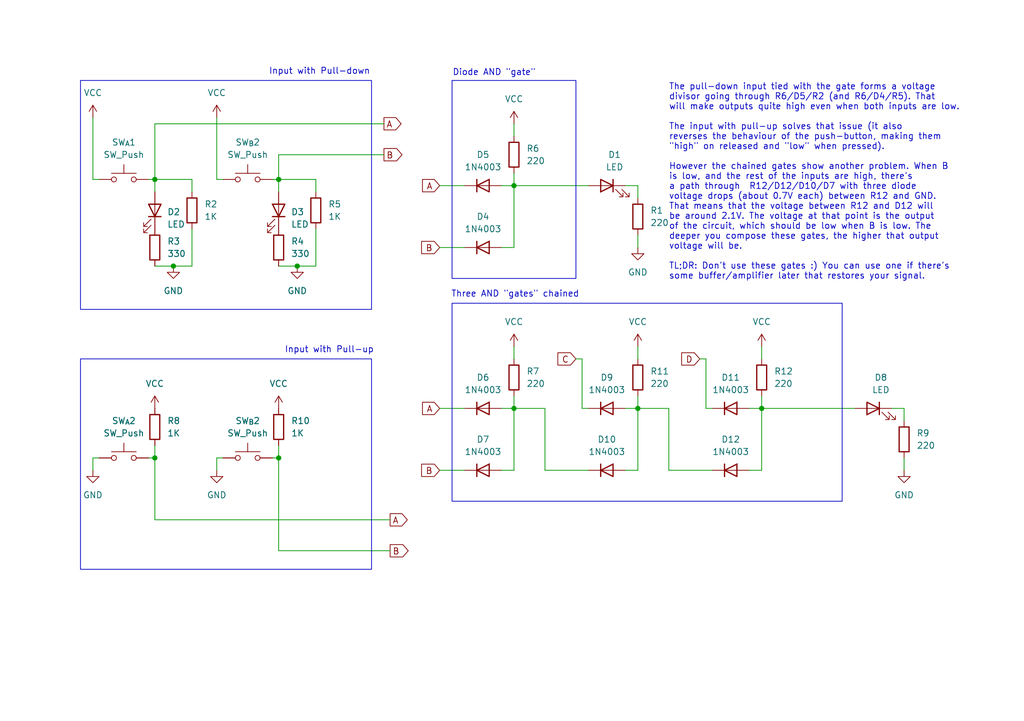
<source format=kicad_sch>
(kicad_sch (version 20231120) (generator "eeschema") (generator_version "8.0")
  (paper "A5")
  (title_block (title "Diodes & Diodes") (date "2024-04-27") (company "Silicon Chronicles") (comment 1 "Building AND gates the wrong way") (comment 2 "Part II"))
  (lib_symbols
    (symbol "Device:LED" (pin_numbers hide) (pin_names (offset 1.016) hide)
      (property "Reference" "D" (at 0 2.54 0))
      (property "Value" "LED" (at 0 -2.54 0))
      (symbol "LED_0_1"
        (polyline (pts (xy -1.27 -1.27) (xy -1.27 1.27)) (stroke (width 0.254)))
        (polyline (pts (xy -1.27 0) (xy 1.27 0)))
        (polyline (pts (xy 1.27 -1.27) (xy 1.27 1.27) (xy -1.27 0) (xy 1.27 -1.27)) (stroke (width 0.254)))
        (polyline (pts (xy -3.048 -0.762) (xy -4.572 -2.286) (xy -3.81 -2.286) (xy -4.572 -2.286) (xy -4.572 -1.524)))
        (polyline (pts (xy -1.778 -0.762) (xy -3.302 -2.286) (xy -2.54 -2.286) (xy -3.302 -2.286) (xy -3.302 -1.524)))
      )
      (symbol "LED_1_1"
        (pin passive line (at -3.81 0 0) (length 2.54) (name "K") (number "1"))
        (pin passive line (at 3.81 0 180) (length 2.54) (name "A") (number "2"))
      )
    )
    (symbol "Device:R" (pin_numbers hide) (pin_names (offset 0))
      (property "Reference" "R" (at 2.032 0 90))
      (property "Value" "R" (at 0 0 90))
      (symbol "R_0_1"
        (rectangle (start -1.016 -2.54) (end 1.016 2.54) (stroke (width 0.254)))
      )
      (symbol "R_1_1"
        (pin passive line (at 0 3.81 270) (length 1.27) (name "~") (number "1"))
        (pin passive line (at 0 -3.81 90) (length 1.27) (name "~") (number "2"))
      )
    )
    (symbol "Diode:1N4003" (pin_numbers hide) (pin_names hide)
      (property "Reference" "D" (at 0 2.54 0))
      (property "Value" "1N4003" (at 0 -2.54 0))
      (symbol "1N4003_0_1"
        (polyline (pts (xy -1.27 1.27) (xy -1.27 -1.27)) (stroke (width 0.254)))
        (polyline (pts (xy 1.27 0) (xy -1.27 0)))
        (polyline (pts (xy 1.27 1.27) (xy 1.27 -1.27) (xy -1.27 0) (xy 1.27 1.27)) (stroke (width 0.254)))
      )
      (symbol "1N4003_1_1"
        (pin passive line (at -3.81 0 0) (length 2.54) (name "K") (number "1"))
        (pin passive line (at 3.81 0 180) (length 2.54) (name "A") (number "2"))
      )
    )
    (symbol "Switch:SW_Push" (pin_numbers hide) (pin_names (offset 1.016) hide)
      (property "Reference" "SW" (at 1.27 2.54 0))
      (property "Value" "SW_Push" (at 0 -1.524 0))
      (symbol "SW_Push_0_1"
        (circle (center -2.032 0) (radius 0.508))
        (polyline (pts (xy 0 1.27) (xy 0 3.048)))
        (polyline (pts (xy 2.54 1.27) (xy -2.54 1.27)))
        (circle (center 2.032 0) (radius 0.508))
        (pin passive line (at -5.08 0 0) (length 2.54) (name "1") (number "1"))
        (pin passive line (at 5.08 0 180) (length 2.54) (name "2") (number "2"))
      )
    )
    (symbol "power:GND" (power) (pin_numbers hide) (pin_names (offset 0) hide)
      (property "Value" "GND" (at 0 -3.81 0))
      (symbol "GND_0_1"
        (polyline (pts (xy 0 0) (xy 0 -1.27) (xy 1.27 -1.27) (xy 0 -2.54) (xy -1.27 -1.27) (xy 0 -1.27)))
      )
      (symbol "GND_1_1"
        (pin power_in line (at 0 0 270) (length 0) (name "~") (number "1"))
      )
    )
    (symbol "power:VCC" (power) (pin_numbers hide) (pin_names (offset 0) hide)
      (property "Value" "VCC" (at 0 3.556 0))
      (symbol "VCC_0_1"
        (polyline (pts (xy -0.762 1.27) (xy 0 2.54)))
        (polyline (pts (xy 0 0) (xy 0 2.54)))
        (polyline (pts (xy 0 2.54) (xy 0.762 1.27)))
      )
      (symbol "VCC_1_1"
        (pin power_in line (at 0 0 90) (length 0) (name "~") (number "1"))
      )
    )
  )
  (junction (at 57.15 36.83))
  (junction (at 105.41 83.82))
  (junction (at 35.56 54.61))
  (junction (at 130.81 83.82))
  (junction (at 31.75 93.98))
  (junction (at 57.15 93.98))
  (junction (at 60.96 54.61))
  (junction (at 105.41 38.1))
  (junction (at 31.75 36.83))
  (junction (at 156.21 83.82))
  (wire (pts (xy 105.41 71.12) (xy 105.41 73.66)))
  (wire (pts (xy 44.45 24.13) (xy 44.45 36.83)))
  (wire (pts (xy 31.75 106.68) (xy 31.75 93.98)))
  (wire (pts (xy 78.74 25.4) (xy 31.75 25.4)))
  (wire (pts (xy 31.75 36.83) (xy 31.75 39.37)))
  (wire (pts (xy 105.41 81.28) (xy 105.41 83.82)))
  (wire (pts (xy 31.75 91.44) (xy 31.75 93.98)))
  (wire (pts (xy 39.37 36.83) (xy 31.75 36.83)))
  (wire (pts (xy 137.16 96.52) (xy 146.05 96.52)))
  (wire (pts (xy 153.67 96.52) (xy 156.21 96.52)))
  (wire (pts (xy 44.45 93.98) (xy 44.45 96.52)))
  (wire (pts (xy 130.81 83.82) (xy 128.27 83.82)))
  (wire (pts (xy 80.01 106.68) (xy 31.75 106.68)))
  (wire (pts (xy 35.56 54.61) (xy 31.75 54.61)))
  (wire (pts (xy 31.75 36.83) (xy 30.48 36.83)))
  (wire (pts (xy 144.78 83.82) (xy 146.05 83.82)))
  (wire (pts (xy 39.37 39.37) (xy 39.37 36.83)))
  (wire (pts (xy 55.88 93.98) (xy 57.15 93.98)))
  (wire (pts (xy 80.01 113.03) (xy 57.15 113.03)))
  (wire (pts (xy 57.15 113.03) (xy 57.15 93.98)))
  (wire (pts (xy 156.21 71.12) (xy 156.21 73.66)))
  (wire (pts (xy 111.76 96.52) (xy 120.65 96.52)))
  (wire (pts (xy 111.76 83.82) (xy 105.41 83.82)))
  (wire (pts (xy 156.21 81.28) (xy 156.21 83.82)))
  (wire (pts (xy 19.05 36.83) (xy 20.32 36.83)))
  (wire (pts (xy 39.37 46.99) (xy 39.37 54.61)))
  (wire (pts (xy 90.17 38.1) (xy 95.25 38.1)))
  (wire (pts (xy 78.74 31.75) (xy 57.15 31.75)))
  (wire (pts (xy 102.87 50.8) (xy 105.41 50.8)))
  (wire (pts (xy 130.81 71.12) (xy 130.81 73.66)))
  (wire (pts (xy 130.81 48.26) (xy 130.81 50.8)))
  (wire (pts (xy 57.15 91.44) (xy 57.15 93.98)))
  (wire (pts (xy 130.81 38.1) (xy 130.81 40.64)))
  (wire (pts (xy 105.41 38.1) (xy 120.65 38.1)))
  (wire (pts (xy 185.42 93.98) (xy 185.42 96.52)))
  (wire (pts (xy 64.77 54.61) (xy 60.96 54.61)))
  (wire (pts (xy 105.41 38.1) (xy 105.41 50.8)))
  (wire (pts (xy 64.77 39.37) (xy 64.77 36.83)))
  (wire (pts (xy 105.41 83.82) (xy 102.87 83.82)))
  (wire (pts (xy 182.88 83.82) (xy 185.42 83.82)))
  (wire (pts (xy 31.75 25.4) (xy 31.75 36.83)))
  (wire (pts (xy 185.42 83.82) (xy 185.42 86.36)))
  (wire (pts (xy 19.05 93.98) (xy 19.05 96.52)))
  (wire (pts (xy 118.11 73.66) (xy 119.38 73.66)))
  (wire (pts (xy 119.38 83.82) (xy 120.65 83.82)))
  (wire (pts (xy 57.15 36.83) (xy 57.15 39.37)))
  (wire (pts (xy 156.21 83.82) (xy 153.67 83.82)))
  (wire (pts (xy 105.41 35.56) (xy 105.41 38.1)))
  (wire (pts (xy 105.41 83.82) (xy 105.41 96.52)))
  (wire (pts (xy 19.05 93.98) (xy 20.32 93.98)))
  (wire (pts (xy 128.27 38.1) (xy 130.81 38.1)))
  (wire (pts (xy 19.05 24.13) (xy 19.05 36.83)))
  (wire (pts (xy 60.96 54.61) (xy 57.15 54.61)))
  (wire (pts (xy 102.87 96.52) (xy 105.41 96.52)))
  (wire (pts (xy 156.21 83.82) (xy 175.26 83.82)))
  (wire (pts (xy 39.37 54.61) (xy 35.56 54.61)))
  (wire (pts (xy 128.27 96.52) (xy 130.81 96.52)))
  (wire (pts (xy 156.21 83.82) (xy 156.21 96.52)))
  (wire (pts (xy 57.15 31.75) (xy 57.15 36.83)))
  (wire (pts (xy 44.45 36.83) (xy 45.72 36.83)))
  (wire (pts (xy 111.76 96.52) (xy 111.76 83.82)))
  (wire (pts (xy 64.77 36.83) (xy 57.15 36.83)))
  (wire (pts (xy 130.81 83.82) (xy 130.81 96.52)))
  (wire (pts (xy 90.17 96.52) (xy 95.25 96.52)))
  (wire (pts (xy 64.77 46.99) (xy 64.77 54.61)))
  (wire (pts (xy 90.17 50.8) (xy 95.25 50.8)))
  (wire (pts (xy 137.16 96.52) (xy 137.16 83.82)))
  (wire (pts (xy 44.45 93.98) (xy 45.72 93.98)))
  (wire (pts (xy 30.48 93.98) (xy 31.75 93.98)))
  (wire (pts (xy 105.41 25.4) (xy 105.41 27.94)))
  (wire (pts (xy 105.41 38.1) (xy 102.87 38.1)))
  (wire (pts (xy 130.81 81.28) (xy 130.81 83.82)))
  (wire (pts (xy 57.15 36.83) (xy 55.88 36.83)))
  (wire (pts (xy 143.51 73.66) (xy 144.78 73.66)))
  (wire (pts (xy 137.16 83.82) (xy 130.81 83.82)))
  (wire (pts (xy 90.17 83.82) (xy 95.25 83.82)))
  (wire (pts (xy 119.38 73.66) (xy 119.38 83.82)))
  (wire (pts (xy 144.78 73.66) (xy 144.78 83.82)))
  (rectangle (start 92.71 16.51) (end 118.11 57.15))
  (rectangle (start 16.51 73.66) (end 76.2 116.84))
  (rectangle (start 16.51 16.51) (end 76.2 63.5))
  (rectangle (start 92.71 62.23) (end 172.72 102.87))
  (text "Diode AND \"gate\"" (at 101.346 14.986 0) (effects (font (size 1.27 1.27))))
  (text "Input with Pull-down" (at 75.946 14.732 0) (effects (font (size 1.27 1.27)) (justify right)))
  (text "The pull-down input tied with the gate forms a voltage\ndivisor going through R6/D5/R2 (and R6/D4/R5). That\nwill make outputs quite high even when both inputs are low.\n\nThe input with pull-up solves that issue (it also\nreverses the behaviour of the push-button, making them\n\"high\" on released and \"low\" when pressed).\n\nHowever the chained gates show another problem. When B\nis low, and the rest of the inputs are high, there's\na path through  R12/D12/D10/D7 with three diode\nvoltage drops (about 0.7V each) between R12 and GND.\nThat means that the voltage between R12 and D12 will\nbe around 2.1V. The voltage at that point is the output\nof the circuit, which should be low when B is low. The\ndeeper you compose these gates, the higher that output\nvoltage will be.\n\nTL;DR: Don't use these gates :) You can use one if there's\nsome buffer/amplifier later that restores your signal." (at 137.16 37.338 0) (effects (font (size 1.27 1.27)) (justify left)))
  (text "Three AND \"gates\" chained" (at 105.664 60.452 0) (effects (font (size 1.27 1.27))))
  (text "Input with Pull-up\n" (at 76.708 71.882 0) (effects (font (size 1.27 1.27)) (justify right)))
  (global_label "A" (shape output) (at 80.01 106.68 0) (property "Intersheetrefs" "${INTERSHEET_REFS}" (effects (hide yes))))
  (global_label "A" (shape input) (at 90.17 38.1 180) (property "Intersheetrefs" "${INTERSHEET_REFS}" (effects (hide yes))))
  (global_label "B" (shape input) (at 90.17 50.8 180) (property "Intersheetrefs" "${INTERSHEET_REFS}" (effects (hide yes))))
  (global_label "A" (shape output) (at 78.74 25.4 0) (property "Intersheetrefs" "${INTERSHEET_REFS}" (effects (hide yes))))
  (global_label "B" (shape output) (at 78.74 31.75 0) (property "Intersheetrefs" "${INTERSHEET_REFS}" (effects (hide yes))))
  (global_label "A" (shape input) (at 90.17 83.82 180) (property "Intersheetrefs" "${INTERSHEET_REFS}" (effects (hide yes))))
  (global_label "D" (shape input) (at 143.51 73.66 180) (property "Intersheetrefs" "${INTERSHEET_REFS}" (effects (hide yes))))
  (global_label "B" (shape input) (at 90.17 96.52 180) (property "Intersheetrefs" "${INTERSHEET_REFS}" (effects (hide yes))))
  (global_label "B" (shape output) (at 80.01 113.03 0) (property "Intersheetrefs" "${INTERSHEET_REFS}" (effects (hide yes))))
  (global_label "C" (shape input) (at 118.11 73.66 180) (property "Intersheetrefs" "${INTERSHEET_REFS}" (effects (hide yes))))
  (symbol (lib_id "Switch:SW_Push") (at 25.4 93.98 0) (unit 1)
    (property "Reference" "SW_{A}2" (at 25.4 86.36 0))
    (property "Value" "SW_Push" (at 25.4 88.9 0))
    (property "Description" "Push button switch, generic, two pins" (effects (hide yes)))
  )
  (symbol (lib_id "power:VCC") (at 130.81 71.12 0) (unit 1)
    (property "Reference" "#PWR013" (effects (hide yes)))
    (property "Value" "VCC" (at 130.81 66.04 0))
    (property "Description" "Power symbol creates a global label with name \"VCC\"" (effects (hide yes)))
  )
  (symbol (lib_id "power:VCC") (at 57.15 83.82 0) (unit 1)
    (property "Reference" "#PWR09" (effects (hide yes)))
    (property "Value" "VCC" (at 57.15 78.74 0))
    (property "Description" "Power symbol creates a global label with name \"VCC\"" (effects (hide yes)))
  )
  (symbol (lib_id "Diode:1N4003") (at 149.86 96.52 0) (unit 1)
    (property "Reference" "D12" (at 149.86 90.17 0))
    (property "Value" "1N4003" (at 149.86 92.71 0))
    (property "Footprint" "Diode_THT:D_DO-41_SOD81_P10.16mm_Horizontal" (effects (hide yes)))
    (property "Datasheet" "http://www.vishay.com/docs/88503/1n4001.pdf" (effects (hide yes)))
    (property "Description" "200V 1A General Purpose Rectifier Diode, DO-41" (effects (hide yes)))
    (property "Sim.Device" "D" (effects (hide yes)))
    (property "Sim.Pins" "1=K 2=A" (effects (hide yes)))
  )
  (symbol (lib_id "Device:R") (at 31.75 87.63 180) (unit 1)
    (property "Reference" "R8" (at 34.29 86.3599 0) (effects (justify right)))
    (property "Value" "1K" (at 34.29 88.8999 0) (effects (justify right)))
    (property "Description" "Resistor" (effects (hide yes)))
  )
  (symbol (lib_id "Device:R") (at 105.41 77.47 180) (unit 1)
    (property "Reference" "R7" (at 107.95 76.1999 0) (effects (justify right)))
    (property "Value" "220" (at 107.95 78.7399 0) (effects (justify right)))
    (property "Description" "Resistor" (effects (hide yes)))
  )
  (symbol (lib_id "power:GND") (at 130.81 50.8 0) (unit 1)
    (property "Reference" "#PWR02" (effects (hide yes)))
    (property "Value" "GND" (at 130.81 55.88 0))
    (property "Description" "Power symbol creates a global label with name \"GND\" , ground" (effects (hide yes)))
  )
  (symbol (lib_id "Device:R") (at 130.81 77.47 180) (unit 1)
    (property "Reference" "R11" (at 133.35 76.1999 0) (effects (justify right)))
    (property "Value" "220" (at 133.35 78.7399 0) (effects (justify right)))
    (property "Description" "Resistor" (effects (hide yes)))
  )
  (symbol (lib_id "power:VCC") (at 44.45 24.13 0) (unit 1)
    (property "Reference" "#PWR06" (effects (hide yes)))
    (property "Value" "VCC" (at 44.45 19.05 0))
    (property "Description" "Power symbol creates a global label with name \"VCC\"" (effects (hide yes)))
  )
  (symbol (lib_id "power:VCC") (at 105.41 25.4 0) (unit 1)
    (property "Reference" "#PWR05" (effects (hide yes)))
    (property "Value" "VCC" (at 105.41 20.32 0))
    (property "Description" "Power symbol creates a global label with name \"VCC\"" (effects (hide yes)))
  )
  (symbol (lib_id "Device:LED") (at 179.07 83.82 0) (mirror y) (unit 1)
    (property "Reference" "D8" (at 180.6575 77.47 0))
    (property "Value" "LED" (at 180.6575 80.01 0))
    (property "Description" "Light emitting diode" (effects (hide yes)))
  )
  (symbol (lib_id "Device:R") (at 185.42 90.17 180) (unit 1)
    (property "Reference" "R9" (at 187.96 88.8999 0) (effects (justify right)))
    (property "Value" "220" (at 187.96 91.4399 0) (effects (justify right)))
    (property "Description" "Resistor" (effects (hide yes)))
  )
  (symbol (lib_id "Device:LED") (at 124.46 38.1 0) (mirror y) (unit 1)
    (property "Reference" "D1" (at 126.0475 31.75 0))
    (property "Value" "LED" (at 126.0475 34.29 0))
    (property "Description" "Light emitting diode" (effects (hide yes)))
  )
  (symbol (lib_id "Device:R") (at 105.41 31.75 180) (unit 1)
    (property "Reference" "R6" (at 107.95 30.4799 0) (effects (justify right)))
    (property "Value" "220" (at 107.95 33.0199 0) (effects (justify right)))
    (property "Description" "Resistor" (effects (hide yes)))
  )
  (symbol (lib_id "Diode:1N4003") (at 99.06 96.52 0) (unit 1)
    (property "Reference" "D7" (at 99.06 90.17 0))
    (property "Value" "1N4003" (at 99.06 92.71 0))
    (property "Footprint" "Diode_THT:D_DO-41_SOD81_P10.16mm_Horizontal" (effects (hide yes)))
    (property "Datasheet" "http://www.vishay.com/docs/88503/1n4001.pdf" (effects (hide yes)))
    (property "Description" "200V 1A General Purpose Rectifier Diode, DO-41" (effects (hide yes)))
    (property "Sim.Device" "D" (effects (hide yes)))
    (property "Sim.Pins" "1=K 2=A" (effects (hide yes)))
  )
  (symbol (lib_id "Diode:1N4003") (at 99.06 38.1 0) (unit 1)
    (property "Reference" "D5" (at 99.06 31.75 0))
    (property "Value" "1N4003" (at 99.06 34.29 0))
    (property "Footprint" "Diode_THT:D_DO-41_SOD81_P10.16mm_Horizontal" (effects (hide yes)))
    (property "Datasheet" "http://www.vishay.com/docs/88503/1n4001.pdf" (effects (hide yes)))
    (property "Description" "200V 1A General Purpose Rectifier Diode, DO-41" (effects (hide yes)))
    (property "Sim.Device" "D" (effects (hide yes)))
    (property "Sim.Pins" "1=K 2=A" (effects (hide yes)))
  )
  (symbol (lib_id "Diode:1N4003") (at 99.06 83.82 0) (unit 1)
    (property "Reference" "D6" (at 99.06 77.47 0))
    (property "Value" "1N4003" (at 99.06 80.01 0))
    (property "Footprint" "Diode_THT:D_DO-41_SOD81_P10.16mm_Horizontal" (effects (hide yes)))
    (property "Datasheet" "http://www.vishay.com/docs/88503/1n4001.pdf" (effects (hide yes)))
    (property "Description" "200V 1A General Purpose Rectifier Diode, DO-41" (effects (hide yes)))
    (property "Sim.Device" "D" (effects (hide yes)))
    (property "Sim.Pins" "1=K 2=A" (effects (hide yes)))
  )
  (symbol (lib_id "power:VCC") (at 31.75 83.82 0) (unit 1)
    (property "Reference" "#PWR07" (effects (hide yes)))
    (property "Value" "VCC" (at 31.75 78.74 0))
    (property "Description" "Power symbol creates a global label with name \"VCC\"" (effects (hide yes)))
  )
  (symbol (lib_id "Device:R") (at 130.81 44.45 180) (unit 1)
    (property "Reference" "R1" (at 133.35 43.1799 0) (effects (justify right)))
    (property "Value" "220" (at 133.35 45.7199 0) (effects (justify right)))
    (property "Description" "Resistor" (effects (hide yes)))
  )
  (symbol (lib_id "power:GND") (at 185.42 96.52 0) (unit 1)
    (property "Reference" "#PWR010" (effects (hide yes)))
    (property "Value" "GND" (at 185.42 101.6 0))
    (property "Description" "Power symbol creates a global label with name \"GND\" , ground" (effects (hide yes)))
  )
  (symbol (lib_id "Diode:1N4003") (at 124.46 83.82 0) (unit 1)
    (property "Reference" "D9" (at 124.46 77.47 0))
    (property "Value" "1N4003" (at 124.46 80.01 0))
    (property "Footprint" "Diode_THT:D_DO-41_SOD81_P10.16mm_Horizontal" (effects (hide yes)))
    (property "Datasheet" "http://www.vishay.com/docs/88503/1n4001.pdf" (effects (hide yes)))
    (property "Description" "200V 1A General Purpose Rectifier Diode, DO-41" (effects (hide yes)))
    (property "Sim.Device" "D" (effects (hide yes)))
    (property "Sim.Pins" "1=K 2=A" (effects (hide yes)))
  )
  (symbol (lib_id "Switch:SW_Push") (at 25.4 36.83 0) (unit 1)
    (property "Reference" "SW_{A}1" (at 25.4 29.21 0))
    (property "Value" "SW_Push" (at 25.4 31.75 0))
    (property "Description" "Push button switch, generic, two pins" (effects (hide yes)))
  )
  (symbol (lib_id "Device:R") (at 64.77 43.18 180) (unit 1)
    (property "Reference" "R5" (at 67.31 41.9099 0) (effects (justify right)))
    (property "Value" "1K" (at 67.31 44.4499 0) (effects (justify right)))
    (property "Description" "Resistor" (effects (hide yes)))
  )
  (symbol (lib_id "Device:LED") (at 57.15 43.18 270) (mirror x) (unit 1)
    (property "Reference" "D3" (at 59.69 43.4974 90) (effects (justify left)))
    (property "Value" "LED" (at 59.69 46.0374 90) (effects (justify left)))
    (property "Description" "Light emitting diode" (effects (hide yes)))
  )
  (symbol (lib_id "Diode:1N4003") (at 99.06 50.8 0) (unit 1)
    (property "Reference" "D4" (at 99.06 44.45 0))
    (property "Value" "1N4003" (at 99.06 46.99 0))
    (property "Footprint" "Diode_THT:D_DO-41_SOD81_P10.16mm_Horizontal" (effects (hide yes)))
    (property "Datasheet" "http://www.vishay.com/docs/88503/1n4001.pdf" (effects (hide yes)))
    (property "Description" "200V 1A General Purpose Rectifier Diode, DO-41" (effects (hide yes)))
    (property "Sim.Device" "D" (effects (hide yes)))
    (property "Sim.Pins" "1=K 2=A" (effects (hide yes)))
  )
  (symbol (lib_id "Switch:SW_Push") (at 50.8 36.83 0) (unit 1)
    (property "Reference" "SW_{B}2" (at 50.8 29.21 0))
    (property "Value" "SW_Push" (at 50.8 31.75 0))
    (property "Description" "Push button switch, generic, two pins" (effects (hide yes)))
  )
  (symbol (lib_id "Device:R") (at 57.15 50.8 180) (unit 1)
    (property "Reference" "R4" (at 59.69 49.5299 0) (effects (justify right)))
    (property "Value" "330" (at 59.69 52.0699 0) (effects (justify right)))
    (property "Description" "Resistor" (effects (hide yes)))
  )
  (symbol (lib_id "Diode:1N4003") (at 149.86 83.82 0) (unit 1)
    (property "Reference" "D11" (at 149.86 77.47 0))
    (property "Value" "1N4003" (at 149.86 80.01 0))
    (property "Footprint" "Diode_THT:D_DO-41_SOD81_P10.16mm_Horizontal" (effects (hide yes)))
    (property "Datasheet" "http://www.vishay.com/docs/88503/1n4001.pdf" (effects (hide yes)))
    (property "Description" "200V 1A General Purpose Rectifier Diode, DO-41" (effects (hide yes)))
    (property "Sim.Device" "D" (effects (hide yes)))
    (property "Sim.Pins" "1=K 2=A" (effects (hide yes)))
  )
  (symbol (lib_id "Device:LED") (at 31.75 43.18 270) (mirror x) (unit 1)
    (property "Reference" "D2" (at 34.29 43.4974 90) (effects (justify left)))
    (property "Value" "LED" (at 34.29 46.0374 90) (effects (justify left)))
    (property "Description" "Light emitting diode" (effects (hide yes)))
  )
  (symbol (lib_id "Device:R") (at 31.75 50.8 180) (unit 1)
    (property "Reference" "R3" (at 34.29 49.5299 0) (effects (justify right)))
    (property "Value" "330" (at 34.29 52.0699 0) (effects (justify right)))
    (property "Description" "Resistor" (effects (hide yes)))
  )
  (symbol (lib_id "power:VCC") (at 156.21 71.12 0) (unit 1)
    (property "Reference" "#PWR014" (effects (hide yes)))
    (property "Value" "VCC" (at 156.21 66.04 0))
    (property "Description" "Power symbol creates a global label with name \"VCC\"" (effects (hide yes)))
  )
  (symbol (lib_id "power:GND") (at 44.45 96.52 0) (unit 1)
    (property "Reference" "#PWR012" (effects (hide yes)))
    (property "Value" "GND" (at 44.45 101.6 0))
    (property "Description" "Power symbol creates a global label with name \"GND\" , ground" (effects (hide yes)))
  )
  (symbol (lib_id "Device:R") (at 57.15 87.63 180) (unit 1)
    (property "Reference" "R10" (at 59.69 86.3599 0) (effects (justify right)))
    (property "Value" "1K" (at 59.69 88.8999 0) (effects (justify right)))
    (property "Description" "Resistor" (effects (hide yes)))
  )
  (symbol (lib_id "power:GND") (at 19.05 96.52 0) (unit 1)
    (property "Reference" "#PWR011" (effects (hide yes)))
    (property "Value" "GND" (at 19.05 101.6 0))
    (property "Description" "Power symbol creates a global label with name \"GND\" , ground" (effects (hide yes)))
  )
  (symbol (lib_id "Switch:SW_Push") (at 50.8 93.98 0) (unit 1)
    (property "Reference" "SW_{B}2" (at 50.8 86.36 0))
    (property "Value" "SW_Push" (at 50.8 88.9 0))
    (property "Description" "Push button switch, generic, two pins" (effects (hide yes)))
  )
  (symbol (lib_id "Device:R") (at 156.21 77.47 180) (unit 1)
    (property "Reference" "R12" (at 158.75 76.1999 0) (effects (justify right)))
    (property "Value" "220" (at 158.75 78.7399 0) (effects (justify right)))
    (property "Description" "Resistor" (effects (hide yes)))
  )
  (symbol (lib_id "power:GND") (at 35.56 54.61 0) (unit 1)
    (property "Reference" "#PWR03" (effects (hide yes)))
    (property "Value" "GND" (at 35.56 59.69 0))
    (property "Description" "Power symbol creates a global label with name \"GND\" , ground" (effects (hide yes)))
  )
  (symbol (lib_id "Diode:1N4003") (at 124.46 96.52 0) (unit 1)
    (property "Reference" "D10" (at 124.46 90.17 0))
    (property "Value" "1N4003" (at 124.46 92.71 0))
    (property "Footprint" "Diode_THT:D_DO-41_SOD81_P10.16mm_Horizontal" (effects (hide yes)))
    (property "Datasheet" "http://www.vishay.com/docs/88503/1n4001.pdf" (effects (hide yes)))
    (property "Description" "200V 1A General Purpose Rectifier Diode, DO-41" (effects (hide yes)))
    (property "Sim.Device" "D" (effects (hide yes)))
    (property "Sim.Pins" "1=K 2=A" (effects (hide yes)))
  )
  (symbol (lib_id "power:VCC") (at 19.05 24.13 0) (unit 1)
    (property "Reference" "#PWR01" (effects (hide yes)))
    (property "Value" "VCC" (at 19.05 19.05 0))
    (property "Description" "Power symbol creates a global label with name \"VCC\"" (effects (hide yes)))
  )
  (symbol (lib_id "power:GND") (at 60.96 54.61 0) (unit 1)
    (property "Reference" "#PWR04" (effects (hide yes)))
    (property "Value" "GND" (at 60.96 59.69 0))
    (property "Description" "Power symbol creates a global label with name \"GND\" , ground" (effects (hide yes)))
  )
  (symbol (lib_id "power:VCC") (at 105.41 71.12 0) (unit 1)
    (property "Reference" "#PWR08" (effects (hide yes)))
    (property "Value" "VCC" (at 105.41 66.04 0))
    (property "Description" "Power symbol creates a global label with name \"VCC\"" (effects (hide yes)))
  )
  (symbol (lib_id "Device:R") (at 39.37 43.18 180) (unit 1)
    (property "Reference" "R2" (at 41.91 41.9099 0) (effects (justify right)))
    (property "Value" "1K" (at 41.91 44.4499 0) (effects (justify right)))
    (property "Description" "Resistor" (effects (hide yes)))
  )
)
</source>
